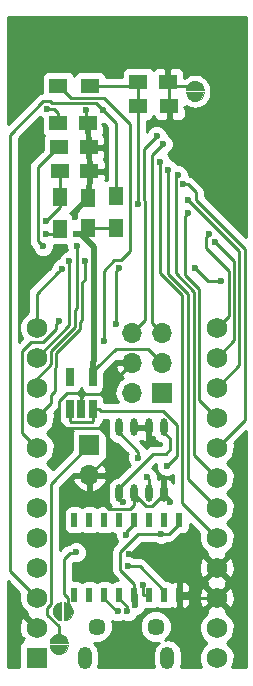
<source format=gbr>
G04 #@! TF.FileFunction,Copper,L2,Bot,Signal*
%FSLAX46Y46*%
G04 Gerber Fmt 4.6, Leading zero omitted, Abs format (unit mm)*
G04 Created by KiCad (PCBNEW 4.0.7) date 06/14/18 18:00:22*
%MOMM*%
%LPD*%
G01*
G04 APERTURE LIST*
%ADD10C,0.100000*%
%ADD11C,0.010000*%
%ADD12R,1.752600X1.752600*%
%ADD13C,1.752600*%
%ADD14R,1.500000X1.250000*%
%ADD15R,1.250000X1.500000*%
%ADD16C,0.400000*%
%ADD17R,1.300000X1.500000*%
%ADD18C,1.450000*%
%ADD19O,1.200000X1.900000*%
%ADD20R,0.650000X1.560000*%
%ADD21R,1.700000X1.700000*%
%ADD22O,1.700000X1.700000*%
%ADD23R,0.508000X1.143000*%
%ADD24O,0.609600X1.473200*%
%ADD25R,1.500000X1.300000*%
%ADD26C,0.600000*%
%ADD27C,0.250000*%
%ADD28C,0.500000*%
%ADD29C,0.254000*%
G04 APERTURE END LIST*
D10*
D11*
G36*
X114251040Y-104288260D02*
X114296240Y-104544760D01*
X114426540Y-104770360D01*
X114626040Y-104937760D01*
X114870840Y-105026860D01*
X115131240Y-105026860D01*
X115376040Y-104937760D01*
X115575540Y-104770360D01*
X115705840Y-104544760D01*
X115751040Y-104288260D01*
X114251040Y-104288260D01*
X114251040Y-104288260D01*
G37*
X114251040Y-104288260D02*
X114296240Y-104544760D01*
X114426540Y-104770360D01*
X114626040Y-104937760D01*
X114870840Y-105026860D01*
X115131240Y-105026860D01*
X115376040Y-104937760D01*
X115575540Y-104770360D01*
X115705840Y-104544760D01*
X115751040Y-104288260D01*
X114251040Y-104288260D01*
G36*
X115751040Y-104088260D02*
X115705840Y-103831760D01*
X115575540Y-103606160D01*
X115376040Y-103438760D01*
X115131240Y-103349660D01*
X114870840Y-103349660D01*
X114626040Y-103438760D01*
X114426540Y-103606160D01*
X114296240Y-103831760D01*
X114251040Y-104088260D01*
X115751040Y-104088260D01*
X115751040Y-104088260D01*
G37*
X115751040Y-104088260D02*
X115705840Y-103831760D01*
X115575540Y-103606160D01*
X115376040Y-103438760D01*
X115131240Y-103349660D01*
X114870840Y-103349660D01*
X114626040Y-103438760D01*
X114426540Y-103606160D01*
X114296240Y-103831760D01*
X114251040Y-104088260D01*
X115751040Y-104088260D01*
G36*
X103700000Y-147460000D02*
X103443500Y-147505200D01*
X103217900Y-147635500D01*
X103050500Y-147835000D01*
X102961400Y-148079800D01*
X102961400Y-148340200D01*
X103050500Y-148585000D01*
X103217900Y-148784500D01*
X103443500Y-148914800D01*
X103700000Y-148960000D01*
X103700000Y-147460000D01*
X103700000Y-147460000D01*
G37*
X103700000Y-147460000D02*
X103443500Y-147505200D01*
X103217900Y-147635500D01*
X103050500Y-147835000D01*
X102961400Y-148079800D01*
X102961400Y-148340200D01*
X103050500Y-148585000D01*
X103217900Y-148784500D01*
X103443500Y-148914800D01*
X103700000Y-148960000D01*
X103700000Y-147460000D01*
G36*
X103900000Y-148960000D02*
X104156500Y-148914800D01*
X104382100Y-148784500D01*
X104549500Y-148585000D01*
X104638600Y-148340200D01*
X104638600Y-148079800D01*
X104549500Y-147835000D01*
X104382100Y-147635500D01*
X104156500Y-147505200D01*
X103900000Y-147460000D01*
X103900000Y-148960000D01*
X103900000Y-148960000D01*
G37*
X103900000Y-148960000D02*
X104156500Y-148914800D01*
X104382100Y-148784500D01*
X104549500Y-148585000D01*
X104638600Y-148340200D01*
X104638600Y-148079800D01*
X104549500Y-147835000D01*
X104382100Y-147635500D01*
X104156500Y-147505200D01*
X103900000Y-147460000D01*
X103900000Y-148960000D01*
G36*
X104220000Y-150880000D02*
X104174800Y-150623500D01*
X104044500Y-150397900D01*
X103845000Y-150230500D01*
X103600200Y-150141400D01*
X103339800Y-150141400D01*
X103095000Y-150230500D01*
X102895500Y-150397900D01*
X102765200Y-150623500D01*
X102720000Y-150880000D01*
X104220000Y-150880000D01*
X104220000Y-150880000D01*
G37*
X104220000Y-150880000D02*
X104174800Y-150623500D01*
X104044500Y-150397900D01*
X103845000Y-150230500D01*
X103600200Y-150141400D01*
X103339800Y-150141400D01*
X103095000Y-150230500D01*
X102895500Y-150397900D01*
X102765200Y-150623500D01*
X102720000Y-150880000D01*
X104220000Y-150880000D01*
G36*
X102720000Y-151080000D02*
X102765200Y-151336500D01*
X102895500Y-151562100D01*
X103095000Y-151729500D01*
X103339800Y-151818600D01*
X103600200Y-151818600D01*
X103845000Y-151729500D01*
X104044500Y-151562100D01*
X104174800Y-151336500D01*
X104220000Y-151080000D01*
X102720000Y-151080000D01*
X102720000Y-151080000D01*
G37*
X102720000Y-151080000D02*
X102765200Y-151336500D01*
X102895500Y-151562100D01*
X103095000Y-151729500D01*
X103339800Y-151818600D01*
X103600200Y-151818600D01*
X103845000Y-151729500D01*
X104044500Y-151562100D01*
X104174800Y-151336500D01*
X104220000Y-151080000D01*
X102720000Y-151080000D01*
D12*
X101600000Y-152146000D03*
D13*
X101600000Y-149606000D03*
X101600000Y-147066000D03*
X101600000Y-144526000D03*
X101600000Y-141986000D03*
X101600000Y-139446000D03*
X101600000Y-136906000D03*
X101600000Y-134366000D03*
X101600000Y-131826000D03*
X101600000Y-129286000D03*
X101600000Y-126746000D03*
X101600000Y-124206000D03*
X116840000Y-124206000D03*
X116840000Y-126746000D03*
X116840000Y-129286000D03*
X116840000Y-131826000D03*
X116840000Y-134366000D03*
X116840000Y-136906000D03*
X116840000Y-139446000D03*
X116840000Y-141986000D03*
X116840000Y-144526000D03*
X116840000Y-147066000D03*
X116840000Y-149606000D03*
X116840000Y-152146000D03*
D14*
X103494200Y-108930440D03*
X105994200Y-108930440D03*
X103547540Y-110964980D03*
X106047540Y-110964980D03*
D15*
X105976420Y-115740180D03*
X105976420Y-113240180D03*
D16*
X115001040Y-103738260D03*
X115001040Y-104638260D03*
X115001040Y-104638260D03*
X115001040Y-103738260D03*
D17*
X103538020Y-113140500D03*
X103538020Y-115840500D03*
X108325921Y-113080821D03*
X108325921Y-115780821D03*
D14*
X103428160Y-106870500D03*
X105928160Y-106870500D03*
D18*
X106669200Y-149508980D03*
X111669200Y-149508980D03*
D19*
X105669200Y-152208980D03*
X112669200Y-152208980D03*
D20*
X106334640Y-131107180D03*
X105384640Y-131107180D03*
X104434640Y-131107180D03*
X104434640Y-128407180D03*
X106334640Y-128407180D03*
D21*
X106072940Y-134167880D03*
D22*
X106072940Y-136707880D03*
D23*
X113690400Y-140477240D03*
X111150400Y-140477240D03*
X109880400Y-140477240D03*
X108610400Y-140477240D03*
X107340400Y-140477240D03*
X106070400Y-140477240D03*
X104800400Y-140477240D03*
X104800400Y-146827240D03*
X106070400Y-146827240D03*
X107340400Y-146827240D03*
X108610400Y-146827240D03*
X109880400Y-146827240D03*
X111150400Y-146827240D03*
X112420400Y-146827240D03*
X113690400Y-146827240D03*
X112420400Y-140477240D03*
D21*
X112229900Y-129715260D03*
D22*
X109689900Y-129715260D03*
X112229900Y-127175260D03*
X109689900Y-127175260D03*
X112229900Y-124635260D03*
X109689900Y-124635260D03*
D16*
X104250000Y-148210000D03*
X103350000Y-148210000D03*
X103350000Y-148210000D03*
X104250000Y-148210000D03*
D24*
X112359440Y-138236960D03*
X111089440Y-138236960D03*
X109819440Y-138236960D03*
X108549440Y-138236960D03*
X108549440Y-132648960D03*
X109819440Y-132648960D03*
X111089440Y-132648960D03*
X112359440Y-132648960D03*
D14*
X110199800Y-103388160D03*
X112699800Y-103388160D03*
D25*
X103430080Y-103756460D03*
X106130080Y-103756460D03*
X110144580Y-105417620D03*
X112844580Y-105417620D03*
D16*
X103470000Y-151430000D03*
X103470000Y-150530000D03*
X103470000Y-150530000D03*
X103470000Y-151430000D03*
D26*
X106350000Y-143390000D03*
X109450000Y-143330000D03*
X111972968Y-143357040D03*
X105400000Y-129710000D03*
X104815640Y-114808000D03*
X105775760Y-105806484D03*
X101036120Y-120291860D03*
X112882680Y-138930380D03*
X111452771Y-133596380D03*
X103124000Y-100076000D03*
X102362000Y-100076000D03*
X109474000Y-100076000D03*
X116078000Y-100076000D03*
X116078000Y-98806000D03*
X109474000Y-98806000D03*
X103124000Y-98806000D03*
X102362000Y-98806000D03*
X102351840Y-115133120D03*
X102144164Y-117310340D03*
X104889300Y-116235480D03*
X111757460Y-108003340D03*
X107246420Y-105791000D03*
X112274185Y-108658339D03*
X102402640Y-116265960D03*
X105671708Y-118579336D03*
X103740379Y-119196281D03*
X108567220Y-119136330D03*
X108313220Y-123855480D03*
X110568164Y-146007023D03*
X103525320Y-123639580D03*
X104365728Y-118588588D03*
X105008691Y-117248951D03*
X116682210Y-116926346D03*
X116220410Y-116273078D03*
X112024560Y-110153001D03*
X112760760Y-110881160D03*
X113570969Y-111272954D03*
X113988612Y-112063856D03*
X114438623Y-114513360D03*
X114438623Y-113392642D03*
X117224186Y-120241060D03*
X115008660Y-119156480D03*
X102486460Y-105666540D03*
X108460000Y-148230000D03*
X108892184Y-138955728D03*
X109902325Y-147717229D03*
X112118140Y-141678660D03*
X109271888Y-148209742D03*
X112615980Y-135895080D03*
X107294680Y-125310900D03*
X110202751Y-135203616D03*
X110923364Y-136883375D03*
X104940000Y-143230000D03*
X109190049Y-141777720D03*
X109304969Y-144416780D03*
X110149810Y-113746280D03*
D27*
X106072940Y-136707880D02*
X107550000Y-135230820D01*
X107550000Y-135230820D02*
X107550000Y-133359938D01*
X107550000Y-133359938D02*
X106930062Y-132740000D01*
X106930062Y-132740000D02*
X104036711Y-132740000D01*
X104036711Y-132740000D02*
X103469440Y-132172729D01*
X105007480Y-129700020D02*
X105167460Y-129860000D01*
X103469440Y-132172729D02*
X103469440Y-130382378D01*
X103469440Y-130382378D02*
X104151798Y-129700020D01*
X104151798Y-129700020D02*
X105007480Y-129700020D01*
X111521664Y-143330000D02*
X109450000Y-143330000D01*
X111972968Y-143357040D02*
X111548704Y-143357040D01*
X111548704Y-143357040D02*
X111521664Y-143330000D01*
X105167460Y-129860000D02*
X105384640Y-130077180D01*
X105167460Y-129860000D02*
X105250000Y-129860000D01*
X105250000Y-129860000D02*
X105400000Y-129710000D01*
X106072940Y-137909961D02*
X106072940Y-136707880D01*
X109462261Y-139580739D02*
X107743718Y-139580739D01*
X107743718Y-139580739D02*
X106072940Y-137909961D01*
X109819440Y-139223560D02*
X109462261Y-139580739D01*
X109819440Y-138236960D02*
X109819440Y-139223560D01*
D28*
X104815640Y-114808000D02*
X104815640Y-114400960D01*
X104815640Y-114400960D02*
X105976420Y-113240180D01*
D27*
X105775760Y-105806484D02*
X105775760Y-106718100D01*
X105775760Y-106718100D02*
X105928160Y-106870500D01*
X115001040Y-103738260D02*
X113049900Y-103738260D01*
X113049900Y-103738260D02*
X112699800Y-103388160D01*
X112844580Y-105417620D02*
X112844580Y-103532940D01*
X112844580Y-103532940D02*
X112699800Y-103388160D01*
X105632260Y-129829560D02*
X107035600Y-129829560D01*
X107035600Y-129829560D02*
X109689900Y-127175260D01*
X105384640Y-130077180D02*
X105632260Y-129829560D01*
X105384640Y-130077180D02*
X105384640Y-131107180D01*
X109689900Y-126771300D02*
X109689900Y-127175260D01*
X112882680Y-138930380D02*
X112882680Y-138760200D01*
X112882680Y-138760200D02*
X112359440Y-138236960D01*
X112359440Y-138236960D02*
X112359440Y-138289445D01*
X112359440Y-138289445D02*
X111350315Y-139298570D01*
X111350315Y-139298570D02*
X110828565Y-139298570D01*
X109819440Y-138289445D02*
X110828565Y-139298570D01*
X109819440Y-138236960D02*
X109819440Y-138289445D01*
X111089440Y-132648960D02*
X111089440Y-133233049D01*
X111089440Y-133233049D02*
X111452771Y-133596380D01*
X110109000Y-138892280D02*
X110109000Y-138526520D01*
X110109000Y-138526520D02*
X109819440Y-138236960D01*
X109819440Y-132648960D02*
X111089440Y-132648960D01*
X105994200Y-108930440D02*
X105994200Y-106936540D01*
X105994200Y-106936540D02*
X105928160Y-106870500D01*
X116840000Y-147066000D02*
X113929160Y-147066000D01*
X113929160Y-147066000D02*
X113690400Y-146827240D01*
X106047540Y-110964980D02*
X106047540Y-108983780D01*
X106047540Y-108983780D02*
X105994200Y-108930440D01*
X105976420Y-113240180D02*
X105976420Y-111036100D01*
X105976420Y-111036100D02*
X106047540Y-110964980D01*
X102362000Y-100076000D02*
X103124000Y-100076000D01*
X116078000Y-100076000D02*
X109474000Y-100076000D01*
X109474000Y-98806000D02*
X116078000Y-98806000D01*
X102362000Y-98806000D02*
X103124000Y-98806000D01*
X103538020Y-113140500D02*
X103538020Y-110974500D01*
X103538020Y-110974500D02*
X103547540Y-110964980D01*
X103538020Y-113040500D02*
X103538020Y-113140500D01*
X103538020Y-113140500D02*
X103538020Y-113946940D01*
X103538020Y-113946940D02*
X102351840Y-115133120D01*
X103494200Y-108930440D02*
X103369200Y-108930440D01*
X101673660Y-116839836D02*
X101844165Y-117010341D01*
X101844165Y-117010341D02*
X102144164Y-117310340D01*
X103369200Y-108930440D02*
X101673660Y-110625980D01*
X101673660Y-110625980D02*
X101673660Y-116839836D01*
X108286561Y-126000259D02*
X106745800Y-127541020D01*
X106334640Y-127952180D02*
X106745800Y-127541020D01*
X106745800Y-127541020D02*
X106126040Y-128160780D01*
X106334640Y-128407180D02*
X106334640Y-127952180D01*
X108459019Y-126000259D02*
X108286561Y-126000259D01*
X112229900Y-127175260D02*
X111054899Y-126000259D01*
X111054899Y-126000259D02*
X108459019Y-126000259D01*
D28*
X106474260Y-117396176D02*
X106474260Y-126987560D01*
X106474260Y-126987560D02*
X106334640Y-127127180D01*
X106334640Y-127127180D02*
X106334640Y-128407180D01*
X105313564Y-116235480D02*
X106474260Y-117396176D01*
X104889300Y-116235480D02*
X105313564Y-116235480D01*
D27*
X105976420Y-115740180D02*
X108285280Y-115740180D01*
X108285280Y-115740180D02*
X108325921Y-115780821D01*
D28*
X104889300Y-116235480D02*
X105481120Y-116235480D01*
X105481120Y-116235480D02*
X105976420Y-115740180D01*
D27*
X110716060Y-109044740D02*
X111457461Y-108303339D01*
X110716060Y-113387526D02*
X110716060Y-109044740D01*
X110774812Y-123550348D02*
X110774812Y-113446278D01*
X109689900Y-124635260D02*
X110774812Y-123550348D01*
X111457461Y-108303339D02*
X111757460Y-108003340D01*
X110774812Y-113446278D02*
X110716060Y-113387526D01*
X106946421Y-105491001D02*
X107246420Y-105791000D01*
X106636892Y-105181472D02*
X106946421Y-105491001D01*
X102880676Y-105181472D02*
X106636892Y-105181472D01*
X102740742Y-105041538D02*
X102880676Y-105181472D01*
X102140738Y-105041538D02*
X102740742Y-105041538D01*
X99319080Y-107863196D02*
X102140738Y-105041538D01*
X99319080Y-144785080D02*
X99319080Y-107863196D01*
X101600000Y-147066000D02*
X99319080Y-144785080D01*
X108325921Y-106870501D02*
X107546419Y-106090999D01*
X108325921Y-113080821D02*
X108325921Y-106870501D01*
X107546419Y-106090999D02*
X107246420Y-105791000D01*
X101600000Y-147066000D02*
X101838340Y-147066000D01*
X112229900Y-124635260D02*
X111379901Y-123785261D01*
X111379901Y-109552623D02*
X111974186Y-108958338D01*
X111974186Y-108958338D02*
X112274185Y-108658339D01*
X111379901Y-123785261D02*
X111379901Y-109552623D01*
X102402640Y-116265960D02*
X103112560Y-116265960D01*
X103112560Y-116265960D02*
X103538020Y-115840500D01*
X101600000Y-131826000D02*
X101600000Y-131803140D01*
X101600000Y-131803140D02*
X102783640Y-130619500D01*
X103121460Y-129542466D02*
X103121460Y-127638877D01*
X102783640Y-130619500D02*
X102783640Y-129880286D01*
X102783640Y-129880286D02*
X103121460Y-129542466D01*
X103251312Y-126367508D02*
X105265749Y-124353072D01*
X103121460Y-127638877D02*
X103251312Y-127509025D01*
X103251312Y-127509025D02*
X103251312Y-126367508D01*
X105265749Y-124353072D02*
X105265749Y-123738109D01*
X105265749Y-123738109D02*
X105458701Y-123545159D01*
X105458701Y-123545159D02*
X105458701Y-120344759D01*
X105458701Y-120344759D02*
X105671708Y-120131752D01*
X105671708Y-120131752D02*
X105671708Y-119003600D01*
X105671708Y-119003600D02*
X105671708Y-118579336D01*
X101854000Y-131826000D02*
X101600000Y-131826000D01*
X103440380Y-119496280D02*
X103740379Y-119196281D01*
X101600000Y-124206000D02*
X101600000Y-121336660D01*
X101600000Y-121336660D02*
X103440380Y-119496280D01*
X108313220Y-123855480D02*
X108313220Y-119390330D01*
X108313220Y-119390330D02*
X108567220Y-119136330D01*
X110568164Y-146749004D02*
X110568164Y-146431287D01*
X110568164Y-146431287D02*
X110568164Y-146007023D01*
X111150400Y-146827240D02*
X110646400Y-146827240D01*
X110646400Y-146827240D02*
X110568164Y-146749004D01*
X101600000Y-134366000D02*
X100398699Y-133164699D01*
X100398699Y-133164699D02*
X100398699Y-126169375D01*
X102176625Y-125407301D02*
X103225321Y-124358605D01*
X103225321Y-123939579D02*
X103525320Y-123639580D01*
X100398699Y-126169375D02*
X101160773Y-125407301D01*
X101160773Y-125407301D02*
X102176625Y-125407301D01*
X103225321Y-124358605D02*
X103225321Y-123939579D01*
X101600000Y-126746000D02*
X104365728Y-123980272D01*
X104365728Y-123980272D02*
X104365728Y-119012852D01*
X104365728Y-119012852D02*
X104365728Y-118588588D01*
X105008691Y-117673215D02*
X105008691Y-117248951D01*
X105008691Y-122540878D02*
X105008691Y-117673215D01*
X104815738Y-122733831D02*
X105008691Y-122540878D01*
X102801301Y-126181109D02*
X104815738Y-124166672D01*
X102801301Y-127322625D02*
X102801301Y-126181109D01*
X101600000Y-128523926D02*
X102801301Y-127322625D01*
X101600000Y-129286000D02*
X101600000Y-128523926D01*
X104815738Y-124166672D02*
X104815738Y-122733831D01*
X116982209Y-117226345D02*
X116682210Y-116926346D01*
X116840000Y-126746000D02*
X118299207Y-125286793D01*
X118299207Y-118543343D02*
X116982209Y-117226345D01*
X118299207Y-125286793D02*
X118299207Y-118543343D01*
X115920411Y-117494417D02*
X115920411Y-116573077D01*
X117849196Y-123196804D02*
X117849196Y-119423202D01*
X117849196Y-119423202D02*
X115920411Y-117494417D01*
X116840000Y-124206000D02*
X117849196Y-123196804D01*
X115920411Y-116573077D02*
X116220410Y-116273078D01*
X112024560Y-119548040D02*
X112024560Y-110577265D01*
X112024560Y-110577265D02*
X112024560Y-110153001D01*
X116840000Y-141986000D02*
X113934240Y-139080240D01*
X113934240Y-139080240D02*
X113934240Y-121457720D01*
X113934240Y-121457720D02*
X112024560Y-119548040D01*
X112760760Y-111305424D02*
X112760760Y-110881160D01*
X112760760Y-119647829D02*
X112760760Y-111305424D01*
X114445211Y-121332280D02*
X112760760Y-119647829D01*
X114445211Y-137051211D02*
X114445211Y-121332280D01*
X116840000Y-139446000D02*
X114445211Y-137051211D01*
X116840000Y-136906000D02*
X114895222Y-134961222D01*
X113363602Y-111480321D02*
X113570969Y-111272954D01*
X114895222Y-121145880D02*
X113363602Y-119614261D01*
X113363602Y-119614261D02*
X113363602Y-111480321D01*
X114895222Y-134961222D02*
X114895222Y-121145880D01*
X116840000Y-134366000D02*
X119199229Y-132006771D01*
X119199229Y-117516838D02*
X115063624Y-113381233D01*
X119199229Y-132006771D02*
X119199229Y-117516838D01*
X115063624Y-112714604D02*
X114412876Y-112063856D01*
X114412876Y-112063856D02*
X113988612Y-112063856D01*
X115063624Y-113381233D02*
X115063624Y-112714604D01*
X114138624Y-114813359D02*
X114438623Y-114513360D01*
X115345233Y-130331233D02*
X115345233Y-120959480D01*
X114138624Y-119752871D02*
X114138624Y-114813359D01*
X116840000Y-131826000D02*
X115345233Y-130331233D01*
X115345233Y-120959480D02*
X114138624Y-119752871D01*
X116840000Y-129286000D02*
X118749218Y-127376782D01*
X118749218Y-117703237D02*
X114738622Y-113692641D01*
X118749218Y-127376782D02*
X118749218Y-117703237D01*
X114738622Y-113692641D02*
X114438623Y-113392642D01*
X116093240Y-120241060D02*
X116799922Y-120241060D01*
X115008660Y-119156480D02*
X116093240Y-120241060D01*
X116799922Y-120241060D02*
X117224186Y-120241060D01*
X103099200Y-105666540D02*
X102910724Y-105666540D01*
X103428160Y-106870500D02*
X103428160Y-105995500D01*
X102910724Y-105666540D02*
X102486460Y-105666540D01*
X103428160Y-105995500D02*
X103099200Y-105666540D01*
X107340400Y-146827240D02*
X107340400Y-147144740D01*
X107340400Y-147144740D02*
X108425660Y-148230000D01*
X108425660Y-148230000D02*
X108460000Y-148230000D01*
X110176336Y-141678660D02*
X111693876Y-141678660D01*
X108679968Y-143175028D02*
X110176336Y-141678660D01*
X108679968Y-144716781D02*
X108679968Y-143175028D01*
X111693876Y-141678660D02*
X112118140Y-141678660D01*
X109880400Y-145917213D02*
X108679968Y-144716781D01*
X109880400Y-146827240D02*
X109880400Y-145917213D01*
X108549440Y-138612984D02*
X108592185Y-138655729D01*
X108592185Y-138655729D02*
X108892184Y-138955728D01*
X108549440Y-138236960D02*
X108549440Y-138612984D01*
D28*
X109880400Y-146827240D02*
X109902325Y-146849165D01*
X109902325Y-146849165D02*
X109902325Y-147292965D01*
X109902325Y-147292965D02*
X109902325Y-147717229D01*
D27*
X113690400Y-140159740D02*
X113690400Y-140477240D01*
X108549440Y-138236960D02*
X108549440Y-138668760D01*
X108549440Y-138236960D02*
X108549440Y-137805160D01*
X112914240Y-133635560D02*
X112359440Y-133080760D01*
X112359440Y-133080760D02*
X112359440Y-132648960D01*
X108549440Y-137805160D02*
X111482978Y-134871622D01*
X112552762Y-134871622D02*
X112914240Y-134510144D01*
X112914240Y-134510144D02*
X112914240Y-133635560D01*
X111482978Y-134871622D02*
X112552762Y-134871622D01*
X113690400Y-140477240D02*
X113690400Y-140794740D01*
X113690400Y-140794740D02*
X112806480Y-141678660D01*
X112806480Y-141678660D02*
X112118140Y-141678660D01*
X108610400Y-146827240D02*
X108610400Y-147144740D01*
X109271888Y-147806228D02*
X109271888Y-148209742D01*
X108610400Y-147144740D02*
X109271888Y-147806228D01*
X113446560Y-132413595D02*
X113446560Y-135064500D01*
X113446560Y-135064500D02*
X112615980Y-135895080D01*
X107082360Y-131279900D02*
X112312865Y-131279900D01*
X112312865Y-131279900D02*
X113446560Y-132413595D01*
X106334640Y-131107180D02*
X106909640Y-131107180D01*
X106909640Y-131107180D02*
X107082360Y-131279900D01*
X106334640Y-131107180D02*
X106334640Y-132137180D01*
X106334640Y-132137180D02*
X106259639Y-132212181D01*
X106259639Y-132212181D02*
X104509641Y-132212181D01*
X104509641Y-132212181D02*
X104434640Y-132137180D01*
X104434640Y-132137180D02*
X104434640Y-131107180D01*
X103470000Y-150530000D02*
X103470000Y-149474662D01*
X102502059Y-147941867D02*
X102801301Y-147642625D01*
X103470000Y-149474662D02*
X102502059Y-148506721D01*
X102502059Y-148506721D02*
X102502059Y-147941867D01*
X102801301Y-147642625D02*
X102801301Y-137418699D01*
X102801301Y-137418699D02*
X106052120Y-134167880D01*
X106052120Y-134167880D02*
X106072940Y-134167880D01*
X104505081Y-104731461D02*
X107327341Y-104731461D01*
X108750100Y-118511320D02*
X108155740Y-118511320D01*
X107294680Y-119372380D02*
X107294680Y-124886636D01*
X103530080Y-103756460D02*
X104505081Y-104731461D01*
X107327341Y-104731461D02*
X109524800Y-106928920D01*
X108155740Y-118511320D02*
X107294680Y-119372380D01*
X103430080Y-103756460D02*
X103530080Y-103756460D01*
X109524800Y-117736620D02*
X108750100Y-118511320D01*
X107294680Y-124886636D02*
X107294680Y-125310900D01*
X109524800Y-106928920D02*
X109524800Y-117736620D01*
X110202751Y-134779352D02*
X110202751Y-135203616D01*
X110202751Y-134734071D02*
X110202751Y-134779352D01*
X108549440Y-133080760D02*
X110202751Y-134734071D01*
X108549440Y-132648960D02*
X108549440Y-133080760D01*
X111089440Y-137049451D02*
X110923364Y-136883375D01*
X111089440Y-138236960D02*
X111089440Y-137049451D01*
X104221399Y-147071399D02*
X104221399Y-147898557D01*
X104221399Y-147898557D02*
X104250000Y-147927158D01*
X104250000Y-147927158D02*
X104250000Y-148210000D01*
X103927060Y-146777060D02*
X104221399Y-147071399D01*
X103927060Y-146157100D02*
X103927060Y-146777060D01*
X103927060Y-146157100D02*
X103927060Y-143752940D01*
X104900000Y-143270000D02*
X104940000Y-143230000D01*
X103927060Y-143752940D02*
X104410000Y-143270000D01*
X104410000Y-143270000D02*
X104900000Y-143270000D01*
X103927060Y-146157100D02*
X103924100Y-146154140D01*
X109190049Y-141485091D02*
X109190049Y-141777720D01*
X109880400Y-140477240D02*
X109880400Y-140794740D01*
X109880400Y-140794740D02*
X109190049Y-141485091D01*
X109729233Y-144416780D02*
X109304969Y-144416780D01*
X110327440Y-144416780D02*
X109729233Y-144416780D01*
X112420400Y-146509740D02*
X110327440Y-144416780D01*
X112420400Y-146827240D02*
X112420400Y-146509740D01*
X110144580Y-113741050D02*
X110149810Y-113746280D01*
X110144580Y-105417620D02*
X110144580Y-113741050D01*
X110144580Y-105417620D02*
X110144580Y-103443380D01*
X110144580Y-103443380D02*
X110199800Y-103388160D01*
X106130080Y-103756460D02*
X109831500Y-103756460D01*
X109831500Y-103756460D02*
X110199800Y-103388160D01*
D29*
G36*
X100128367Y-146669169D02*
X100088963Y-146764065D01*
X100088438Y-147365297D01*
X100318035Y-147920964D01*
X100742800Y-148346471D01*
X100776592Y-148360503D01*
X100716604Y-148542999D01*
X101600000Y-149426395D01*
X101614143Y-149412253D01*
X101793748Y-149591858D01*
X101779605Y-149606000D01*
X101793748Y-149620143D01*
X101614143Y-149799748D01*
X101600000Y-149785605D01*
X101585858Y-149799748D01*
X101406253Y-149620143D01*
X101420395Y-149606000D01*
X100536999Y-148722604D01*
X100282973Y-148806104D01*
X100077118Y-149370997D01*
X100103109Y-149971668D01*
X100282973Y-150405896D01*
X100536997Y-150489395D01*
X100422369Y-150604023D01*
X100486254Y-150667908D01*
X100272259Y-150805610D01*
X100127269Y-151017810D01*
X100076260Y-151269700D01*
X100076260Y-152960000D01*
X99135000Y-152960000D01*
X99135000Y-145675802D01*
X100128367Y-146669169D01*
X100128367Y-146669169D01*
G37*
X100128367Y-146669169D02*
X100088963Y-146764065D01*
X100088438Y-147365297D01*
X100318035Y-147920964D01*
X100742800Y-148346471D01*
X100776592Y-148360503D01*
X100716604Y-148542999D01*
X101600000Y-149426395D01*
X101614143Y-149412253D01*
X101793748Y-149591858D01*
X101779605Y-149606000D01*
X101793748Y-149620143D01*
X101614143Y-149799748D01*
X101600000Y-149785605D01*
X101585858Y-149799748D01*
X101406253Y-149620143D01*
X101420395Y-149606000D01*
X100536999Y-148722604D01*
X100282973Y-148806104D01*
X100077118Y-149370997D01*
X100103109Y-149971668D01*
X100282973Y-150405896D01*
X100536997Y-150489395D01*
X100422369Y-150604023D01*
X100486254Y-150667908D01*
X100272259Y-150805610D01*
X100127269Y-151017810D01*
X100076260Y-151269700D01*
X100076260Y-152960000D01*
X99135000Y-152960000D01*
X99135000Y-145675802D01*
X100128367Y-146669169D01*
G36*
X119305000Y-152960000D02*
X118138409Y-152960000D01*
X118351037Y-152447935D01*
X118351562Y-151846703D01*
X118121965Y-151291036D01*
X117707302Y-150875649D01*
X118120471Y-150463200D01*
X118351037Y-149907935D01*
X118351562Y-149306703D01*
X118121965Y-148751036D01*
X117697200Y-148325529D01*
X117663408Y-148311497D01*
X117723396Y-148129001D01*
X116840000Y-147245605D01*
X115956604Y-148129001D01*
X116016447Y-148311056D01*
X115985036Y-148324035D01*
X115559529Y-148748800D01*
X115328963Y-149304065D01*
X115328438Y-149905297D01*
X115558035Y-150460964D01*
X115972698Y-150876351D01*
X115559529Y-151288800D01*
X115328963Y-151844065D01*
X115328438Y-152445297D01*
X115541109Y-152960000D01*
X113830609Y-152960000D01*
X113904200Y-152590032D01*
X113904200Y-151827928D01*
X113810191Y-151355314D01*
X113542477Y-150954651D01*
X113141814Y-150686937D01*
X112669200Y-150592928D01*
X112468348Y-150632880D01*
X112821480Y-150280364D01*
X113028963Y-149780688D01*
X113029436Y-149239646D01*
X112822824Y-148739608D01*
X112440584Y-148356700D01*
X111940908Y-148149217D01*
X111399866Y-148148744D01*
X110899828Y-148355356D01*
X110516920Y-148737596D01*
X110309437Y-149237272D01*
X110308964Y-149778314D01*
X110515576Y-150278352D01*
X110897816Y-150661260D01*
X111397492Y-150868743D01*
X111923805Y-150869203D01*
X111795923Y-150954651D01*
X111528209Y-151355314D01*
X111434200Y-151827928D01*
X111434200Y-152590032D01*
X111507791Y-152960000D01*
X106830609Y-152960000D01*
X106904200Y-152590032D01*
X106904200Y-151827928D01*
X106810191Y-151355314D01*
X106542477Y-150954651D01*
X106413928Y-150868757D01*
X106938534Y-150869216D01*
X107438572Y-150662604D01*
X107821480Y-150280364D01*
X108028963Y-149780688D01*
X108029436Y-149239646D01*
X107941639Y-149027161D01*
X108273201Y-149164838D01*
X108645167Y-149165162D01*
X108890516Y-149063786D01*
X109085089Y-149144580D01*
X109457055Y-149144904D01*
X109800831Y-149002859D01*
X110064080Y-148740069D01*
X110103179Y-148645909D01*
X110431268Y-148510346D01*
X110694517Y-148247556D01*
X110787309Y-148024089D01*
X110896400Y-148046180D01*
X111404400Y-148046180D01*
X111639717Y-148001902D01*
X111786307Y-147907574D01*
X111914510Y-147995171D01*
X112166400Y-148046180D01*
X112674400Y-148046180D01*
X112909717Y-148001902D01*
X113050771Y-147911136D01*
X113076702Y-147937067D01*
X113310091Y-148033740D01*
X113404650Y-148033740D01*
X113563400Y-147874990D01*
X113563400Y-146954240D01*
X113817400Y-146954240D01*
X113817400Y-147874990D01*
X113976150Y-148033740D01*
X114070709Y-148033740D01*
X114304098Y-147937067D01*
X114482727Y-147758439D01*
X114579400Y-147525050D01*
X114579400Y-147112990D01*
X114420650Y-146954240D01*
X113817400Y-146954240D01*
X113563400Y-146954240D01*
X113543400Y-146954240D01*
X113543400Y-146830997D01*
X115317118Y-146830997D01*
X115343109Y-147431668D01*
X115522973Y-147865896D01*
X115776999Y-147949396D01*
X116660395Y-147066000D01*
X117019605Y-147066000D01*
X117903001Y-147949396D01*
X118157027Y-147865896D01*
X118362882Y-147301003D01*
X118336891Y-146700332D01*
X118157027Y-146266104D01*
X117903001Y-146182604D01*
X117019605Y-147066000D01*
X116660395Y-147066000D01*
X115776999Y-146182604D01*
X115522973Y-146266104D01*
X115317118Y-146830997D01*
X113543400Y-146830997D01*
X113543400Y-146700240D01*
X113563400Y-146700240D01*
X113563400Y-145779490D01*
X113817400Y-145779490D01*
X113817400Y-146700240D01*
X114420650Y-146700240D01*
X114579400Y-146541490D01*
X114579400Y-146129430D01*
X114482727Y-145896041D01*
X114304098Y-145717413D01*
X114070709Y-145620740D01*
X113976150Y-145620740D01*
X113817400Y-145779490D01*
X113563400Y-145779490D01*
X113404650Y-145620740D01*
X113310091Y-145620740D01*
X113076702Y-145717413D01*
X113050165Y-145743949D01*
X112926290Y-145659309D01*
X112674400Y-145608300D01*
X112593762Y-145608300D01*
X112574463Y-145589001D01*
X115956604Y-145589001D01*
X116024646Y-145796000D01*
X115956604Y-146002999D01*
X116840000Y-146886395D01*
X117723396Y-146002999D01*
X117655354Y-145796000D01*
X117723396Y-145589001D01*
X116840000Y-144705605D01*
X115956604Y-145589001D01*
X112574463Y-145589001D01*
X111276459Y-144290997D01*
X115317118Y-144290997D01*
X115343109Y-144891668D01*
X115522973Y-145325896D01*
X115776999Y-145409396D01*
X116660395Y-144526000D01*
X117019605Y-144526000D01*
X117903001Y-145409396D01*
X118157027Y-145325896D01*
X118362882Y-144761003D01*
X118336891Y-144160332D01*
X118157027Y-143726104D01*
X117903001Y-143642604D01*
X117019605Y-144526000D01*
X116660395Y-144526000D01*
X115776999Y-143642604D01*
X115522973Y-143726104D01*
X115317118Y-144290997D01*
X111276459Y-144290997D01*
X110864841Y-143879379D01*
X110618279Y-143714632D01*
X110327440Y-143656780D01*
X109867432Y-143656780D01*
X109835296Y-143624588D01*
X109491768Y-143481942D01*
X109447894Y-143481904D01*
X110491138Y-142438660D01*
X111555677Y-142438660D01*
X111587813Y-142470852D01*
X111931341Y-142613498D01*
X112303307Y-142613822D01*
X112647083Y-142471777D01*
X112680258Y-142438660D01*
X112806480Y-142438660D01*
X113097319Y-142380808D01*
X113343881Y-142216061D01*
X113863762Y-141696180D01*
X113944400Y-141696180D01*
X114179717Y-141651902D01*
X114395841Y-141512830D01*
X114540831Y-141300630D01*
X114591840Y-141048740D01*
X114591840Y-140812642D01*
X115368367Y-141589169D01*
X115328963Y-141684065D01*
X115328438Y-142285297D01*
X115558035Y-142840964D01*
X115982800Y-143266471D01*
X116016592Y-143280503D01*
X115956604Y-143462999D01*
X116840000Y-144346395D01*
X117723396Y-143462999D01*
X117663553Y-143280944D01*
X117694964Y-143267965D01*
X118120471Y-142843200D01*
X118351037Y-142287935D01*
X118351562Y-141686703D01*
X118121965Y-141131036D01*
X117707302Y-140715649D01*
X118120471Y-140303200D01*
X118351037Y-139747935D01*
X118351562Y-139146703D01*
X118121965Y-138591036D01*
X117707302Y-138175649D01*
X118120471Y-137763200D01*
X118351037Y-137207935D01*
X118351562Y-136606703D01*
X118121965Y-136051036D01*
X117707302Y-135635649D01*
X118120471Y-135223200D01*
X118351037Y-134667935D01*
X118351562Y-134066703D01*
X118311370Y-133969432D01*
X119305000Y-132975802D01*
X119305000Y-152960000D01*
X119305000Y-152960000D01*
G37*
X119305000Y-152960000D02*
X118138409Y-152960000D01*
X118351037Y-152447935D01*
X118351562Y-151846703D01*
X118121965Y-151291036D01*
X117707302Y-150875649D01*
X118120471Y-150463200D01*
X118351037Y-149907935D01*
X118351562Y-149306703D01*
X118121965Y-148751036D01*
X117697200Y-148325529D01*
X117663408Y-148311497D01*
X117723396Y-148129001D01*
X116840000Y-147245605D01*
X115956604Y-148129001D01*
X116016447Y-148311056D01*
X115985036Y-148324035D01*
X115559529Y-148748800D01*
X115328963Y-149304065D01*
X115328438Y-149905297D01*
X115558035Y-150460964D01*
X115972698Y-150876351D01*
X115559529Y-151288800D01*
X115328963Y-151844065D01*
X115328438Y-152445297D01*
X115541109Y-152960000D01*
X113830609Y-152960000D01*
X113904200Y-152590032D01*
X113904200Y-151827928D01*
X113810191Y-151355314D01*
X113542477Y-150954651D01*
X113141814Y-150686937D01*
X112669200Y-150592928D01*
X112468348Y-150632880D01*
X112821480Y-150280364D01*
X113028963Y-149780688D01*
X113029436Y-149239646D01*
X112822824Y-148739608D01*
X112440584Y-148356700D01*
X111940908Y-148149217D01*
X111399866Y-148148744D01*
X110899828Y-148355356D01*
X110516920Y-148737596D01*
X110309437Y-149237272D01*
X110308964Y-149778314D01*
X110515576Y-150278352D01*
X110897816Y-150661260D01*
X111397492Y-150868743D01*
X111923805Y-150869203D01*
X111795923Y-150954651D01*
X111528209Y-151355314D01*
X111434200Y-151827928D01*
X111434200Y-152590032D01*
X111507791Y-152960000D01*
X106830609Y-152960000D01*
X106904200Y-152590032D01*
X106904200Y-151827928D01*
X106810191Y-151355314D01*
X106542477Y-150954651D01*
X106413928Y-150868757D01*
X106938534Y-150869216D01*
X107438572Y-150662604D01*
X107821480Y-150280364D01*
X108028963Y-149780688D01*
X108029436Y-149239646D01*
X107941639Y-149027161D01*
X108273201Y-149164838D01*
X108645167Y-149165162D01*
X108890516Y-149063786D01*
X109085089Y-149144580D01*
X109457055Y-149144904D01*
X109800831Y-149002859D01*
X110064080Y-148740069D01*
X110103179Y-148645909D01*
X110431268Y-148510346D01*
X110694517Y-148247556D01*
X110787309Y-148024089D01*
X110896400Y-148046180D01*
X111404400Y-148046180D01*
X111639717Y-148001902D01*
X111786307Y-147907574D01*
X111914510Y-147995171D01*
X112166400Y-148046180D01*
X112674400Y-148046180D01*
X112909717Y-148001902D01*
X113050771Y-147911136D01*
X113076702Y-147937067D01*
X113310091Y-148033740D01*
X113404650Y-148033740D01*
X113563400Y-147874990D01*
X113563400Y-146954240D01*
X113817400Y-146954240D01*
X113817400Y-147874990D01*
X113976150Y-148033740D01*
X114070709Y-148033740D01*
X114304098Y-147937067D01*
X114482727Y-147758439D01*
X114579400Y-147525050D01*
X114579400Y-147112990D01*
X114420650Y-146954240D01*
X113817400Y-146954240D01*
X113563400Y-146954240D01*
X113543400Y-146954240D01*
X113543400Y-146830997D01*
X115317118Y-146830997D01*
X115343109Y-147431668D01*
X115522973Y-147865896D01*
X115776999Y-147949396D01*
X116660395Y-147066000D01*
X117019605Y-147066000D01*
X117903001Y-147949396D01*
X118157027Y-147865896D01*
X118362882Y-147301003D01*
X118336891Y-146700332D01*
X118157027Y-146266104D01*
X117903001Y-146182604D01*
X117019605Y-147066000D01*
X116660395Y-147066000D01*
X115776999Y-146182604D01*
X115522973Y-146266104D01*
X115317118Y-146830997D01*
X113543400Y-146830997D01*
X113543400Y-146700240D01*
X113563400Y-146700240D01*
X113563400Y-145779490D01*
X113817400Y-145779490D01*
X113817400Y-146700240D01*
X114420650Y-146700240D01*
X114579400Y-146541490D01*
X114579400Y-146129430D01*
X114482727Y-145896041D01*
X114304098Y-145717413D01*
X114070709Y-145620740D01*
X113976150Y-145620740D01*
X113817400Y-145779490D01*
X113563400Y-145779490D01*
X113404650Y-145620740D01*
X113310091Y-145620740D01*
X113076702Y-145717413D01*
X113050165Y-145743949D01*
X112926290Y-145659309D01*
X112674400Y-145608300D01*
X112593762Y-145608300D01*
X112574463Y-145589001D01*
X115956604Y-145589001D01*
X116024646Y-145796000D01*
X115956604Y-146002999D01*
X116840000Y-146886395D01*
X117723396Y-146002999D01*
X117655354Y-145796000D01*
X117723396Y-145589001D01*
X116840000Y-144705605D01*
X115956604Y-145589001D01*
X112574463Y-145589001D01*
X111276459Y-144290997D01*
X115317118Y-144290997D01*
X115343109Y-144891668D01*
X115522973Y-145325896D01*
X115776999Y-145409396D01*
X116660395Y-144526000D01*
X117019605Y-144526000D01*
X117903001Y-145409396D01*
X118157027Y-145325896D01*
X118362882Y-144761003D01*
X118336891Y-144160332D01*
X118157027Y-143726104D01*
X117903001Y-143642604D01*
X117019605Y-144526000D01*
X116660395Y-144526000D01*
X115776999Y-143642604D01*
X115522973Y-143726104D01*
X115317118Y-144290997D01*
X111276459Y-144290997D01*
X110864841Y-143879379D01*
X110618279Y-143714632D01*
X110327440Y-143656780D01*
X109867432Y-143656780D01*
X109835296Y-143624588D01*
X109491768Y-143481942D01*
X109447894Y-143481904D01*
X110491138Y-142438660D01*
X111555677Y-142438660D01*
X111587813Y-142470852D01*
X111931341Y-142613498D01*
X112303307Y-142613822D01*
X112647083Y-142471777D01*
X112680258Y-142438660D01*
X112806480Y-142438660D01*
X113097319Y-142380808D01*
X113343881Y-142216061D01*
X113863762Y-141696180D01*
X113944400Y-141696180D01*
X114179717Y-141651902D01*
X114395841Y-141512830D01*
X114540831Y-141300630D01*
X114591840Y-141048740D01*
X114591840Y-140812642D01*
X115368367Y-141589169D01*
X115328963Y-141684065D01*
X115328438Y-142285297D01*
X115558035Y-142840964D01*
X115982800Y-143266471D01*
X116016592Y-143280503D01*
X115956604Y-143462999D01*
X116840000Y-144346395D01*
X117723396Y-143462999D01*
X117663553Y-143280944D01*
X117694964Y-143267965D01*
X118120471Y-142843200D01*
X118351037Y-142287935D01*
X118351562Y-141686703D01*
X118121965Y-141131036D01*
X117707302Y-140715649D01*
X118120471Y-140303200D01*
X118351037Y-139747935D01*
X118351562Y-139146703D01*
X118121965Y-138591036D01*
X117707302Y-138175649D01*
X118120471Y-137763200D01*
X118351037Y-137207935D01*
X118351562Y-136606703D01*
X118121965Y-136051036D01*
X117707302Y-135635649D01*
X118120471Y-135223200D01*
X118351037Y-134667935D01*
X118351562Y-134066703D01*
X118311370Y-133969432D01*
X119305000Y-132975802D01*
X119305000Y-152960000D01*
G36*
X107609640Y-132190289D02*
X107609640Y-133107631D01*
X107681178Y-133467277D01*
X107884901Y-133772170D01*
X108189794Y-133975893D01*
X108414460Y-134020582D01*
X109309806Y-134915928D01*
X109267913Y-135016817D01*
X109267589Y-135388783D01*
X109409634Y-135732559D01*
X109478376Y-135801422D01*
X108414460Y-136865338D01*
X108189794Y-136910027D01*
X107884901Y-137113750D01*
X107681178Y-137418643D01*
X107609640Y-137778289D01*
X107609640Y-138695631D01*
X107681178Y-139055277D01*
X107854804Y-139315126D01*
X107846290Y-139309309D01*
X107594400Y-139258300D01*
X107086400Y-139258300D01*
X106851083Y-139302578D01*
X106704493Y-139396906D01*
X106576290Y-139309309D01*
X106324400Y-139258300D01*
X105816400Y-139258300D01*
X105581083Y-139302578D01*
X105434493Y-139396906D01*
X105306290Y-139309309D01*
X105054400Y-139258300D01*
X104546400Y-139258300D01*
X104311083Y-139302578D01*
X104094959Y-139441650D01*
X103949969Y-139653850D01*
X103898960Y-139905740D01*
X103898960Y-141048740D01*
X103943238Y-141284057D01*
X104082310Y-141500181D01*
X104294510Y-141645171D01*
X104546400Y-141696180D01*
X105054400Y-141696180D01*
X105289717Y-141651902D01*
X105436307Y-141557574D01*
X105564510Y-141645171D01*
X105816400Y-141696180D01*
X106324400Y-141696180D01*
X106559717Y-141651902D01*
X106706307Y-141557574D01*
X106834510Y-141645171D01*
X107086400Y-141696180D01*
X107594400Y-141696180D01*
X107829717Y-141651902D01*
X107976307Y-141557574D01*
X108104510Y-141645171D01*
X108255137Y-141675674D01*
X108254887Y-141962887D01*
X108396932Y-142306663D01*
X108435198Y-142344996D01*
X108142567Y-142637627D01*
X107977820Y-142884189D01*
X107919968Y-143175028D01*
X107919968Y-144716781D01*
X107977820Y-145007620D01*
X108142567Y-145254182D01*
X108496685Y-145608300D01*
X108356400Y-145608300D01*
X108121083Y-145652578D01*
X107974493Y-145746906D01*
X107846290Y-145659309D01*
X107594400Y-145608300D01*
X107086400Y-145608300D01*
X106851083Y-145652578D01*
X106704493Y-145746906D01*
X106576290Y-145659309D01*
X106324400Y-145608300D01*
X105816400Y-145608300D01*
X105581083Y-145652578D01*
X105434493Y-145746906D01*
X105306290Y-145659309D01*
X105054400Y-145608300D01*
X104687060Y-145608300D01*
X104687060Y-144137374D01*
X104753201Y-144164838D01*
X105125167Y-144165162D01*
X105468943Y-144023117D01*
X105732192Y-143760327D01*
X105874838Y-143416799D01*
X105875162Y-143044833D01*
X105733117Y-142701057D01*
X105470327Y-142437808D01*
X105126799Y-142295162D01*
X104754833Y-142294838D01*
X104411057Y-142436883D01*
X104319849Y-142527932D01*
X104119160Y-142567852D01*
X103872599Y-142732599D01*
X103561301Y-143043897D01*
X103561301Y-137733501D01*
X104230032Y-137064770D01*
X104631464Y-137064770D01*
X104801295Y-137474804D01*
X105191582Y-137903063D01*
X105716048Y-138149366D01*
X105945940Y-138028699D01*
X105945940Y-136834880D01*
X106199940Y-136834880D01*
X106199940Y-138028699D01*
X106429832Y-138149366D01*
X106954298Y-137903063D01*
X107344585Y-137474804D01*
X107514416Y-137064770D01*
X107393095Y-136834880D01*
X106199940Y-136834880D01*
X105945940Y-136834880D01*
X104752785Y-136834880D01*
X104631464Y-137064770D01*
X104230032Y-137064770D01*
X104739360Y-136555442D01*
X104752785Y-136580880D01*
X105945940Y-136580880D01*
X105945940Y-136560880D01*
X106199940Y-136560880D01*
X106199940Y-136580880D01*
X107393095Y-136580880D01*
X107514416Y-136350990D01*
X107344585Y-135940956D01*
X107068439Y-135637943D01*
X107158257Y-135621042D01*
X107374381Y-135481970D01*
X107519371Y-135269770D01*
X107570380Y-135017880D01*
X107570380Y-133317880D01*
X107526102Y-133082563D01*
X107387030Y-132866439D01*
X107174830Y-132721449D01*
X106922940Y-132670440D01*
X106874808Y-132670440D01*
X107036788Y-132428020D01*
X107043390Y-132394828D01*
X107111081Y-132351270D01*
X107256071Y-132139070D01*
X107276153Y-132039900D01*
X107639554Y-132039900D01*
X107609640Y-132190289D01*
X107609640Y-132190289D01*
G37*
X107609640Y-132190289D02*
X107609640Y-133107631D01*
X107681178Y-133467277D01*
X107884901Y-133772170D01*
X108189794Y-133975893D01*
X108414460Y-134020582D01*
X109309806Y-134915928D01*
X109267913Y-135016817D01*
X109267589Y-135388783D01*
X109409634Y-135732559D01*
X109478376Y-135801422D01*
X108414460Y-136865338D01*
X108189794Y-136910027D01*
X107884901Y-137113750D01*
X107681178Y-137418643D01*
X107609640Y-137778289D01*
X107609640Y-138695631D01*
X107681178Y-139055277D01*
X107854804Y-139315126D01*
X107846290Y-139309309D01*
X107594400Y-139258300D01*
X107086400Y-139258300D01*
X106851083Y-139302578D01*
X106704493Y-139396906D01*
X106576290Y-139309309D01*
X106324400Y-139258300D01*
X105816400Y-139258300D01*
X105581083Y-139302578D01*
X105434493Y-139396906D01*
X105306290Y-139309309D01*
X105054400Y-139258300D01*
X104546400Y-139258300D01*
X104311083Y-139302578D01*
X104094959Y-139441650D01*
X103949969Y-139653850D01*
X103898960Y-139905740D01*
X103898960Y-141048740D01*
X103943238Y-141284057D01*
X104082310Y-141500181D01*
X104294510Y-141645171D01*
X104546400Y-141696180D01*
X105054400Y-141696180D01*
X105289717Y-141651902D01*
X105436307Y-141557574D01*
X105564510Y-141645171D01*
X105816400Y-141696180D01*
X106324400Y-141696180D01*
X106559717Y-141651902D01*
X106706307Y-141557574D01*
X106834510Y-141645171D01*
X107086400Y-141696180D01*
X107594400Y-141696180D01*
X107829717Y-141651902D01*
X107976307Y-141557574D01*
X108104510Y-141645171D01*
X108255137Y-141675674D01*
X108254887Y-141962887D01*
X108396932Y-142306663D01*
X108435198Y-142344996D01*
X108142567Y-142637627D01*
X107977820Y-142884189D01*
X107919968Y-143175028D01*
X107919968Y-144716781D01*
X107977820Y-145007620D01*
X108142567Y-145254182D01*
X108496685Y-145608300D01*
X108356400Y-145608300D01*
X108121083Y-145652578D01*
X107974493Y-145746906D01*
X107846290Y-145659309D01*
X107594400Y-145608300D01*
X107086400Y-145608300D01*
X106851083Y-145652578D01*
X106704493Y-145746906D01*
X106576290Y-145659309D01*
X106324400Y-145608300D01*
X105816400Y-145608300D01*
X105581083Y-145652578D01*
X105434493Y-145746906D01*
X105306290Y-145659309D01*
X105054400Y-145608300D01*
X104687060Y-145608300D01*
X104687060Y-144137374D01*
X104753201Y-144164838D01*
X105125167Y-144165162D01*
X105468943Y-144023117D01*
X105732192Y-143760327D01*
X105874838Y-143416799D01*
X105875162Y-143044833D01*
X105733117Y-142701057D01*
X105470327Y-142437808D01*
X105126799Y-142295162D01*
X104754833Y-142294838D01*
X104411057Y-142436883D01*
X104319849Y-142527932D01*
X104119160Y-142567852D01*
X103872599Y-142732599D01*
X103561301Y-143043897D01*
X103561301Y-137733501D01*
X104230032Y-137064770D01*
X104631464Y-137064770D01*
X104801295Y-137474804D01*
X105191582Y-137903063D01*
X105716048Y-138149366D01*
X105945940Y-138028699D01*
X105945940Y-136834880D01*
X106199940Y-136834880D01*
X106199940Y-138028699D01*
X106429832Y-138149366D01*
X106954298Y-137903063D01*
X107344585Y-137474804D01*
X107514416Y-137064770D01*
X107393095Y-136834880D01*
X106199940Y-136834880D01*
X105945940Y-136834880D01*
X104752785Y-136834880D01*
X104631464Y-137064770D01*
X104230032Y-137064770D01*
X104739360Y-136555442D01*
X104752785Y-136580880D01*
X105945940Y-136580880D01*
X105945940Y-136560880D01*
X106199940Y-136560880D01*
X106199940Y-136580880D01*
X107393095Y-136580880D01*
X107514416Y-136350990D01*
X107344585Y-135940956D01*
X107068439Y-135637943D01*
X107158257Y-135621042D01*
X107374381Y-135481970D01*
X107519371Y-135269770D01*
X107570380Y-135017880D01*
X107570380Y-133317880D01*
X107526102Y-133082563D01*
X107387030Y-132866439D01*
X107174830Y-132721449D01*
X106922940Y-132670440D01*
X106874808Y-132670440D01*
X107036788Y-132428020D01*
X107043390Y-132394828D01*
X107111081Y-132351270D01*
X107256071Y-132139070D01*
X107276153Y-132039900D01*
X107639554Y-132039900D01*
X107609640Y-132190289D01*
G36*
X111680818Y-136080247D02*
X111822863Y-136424023D01*
X112085653Y-136687272D01*
X112429181Y-136829918D01*
X112801147Y-136830242D01*
X113144923Y-136688197D01*
X113174240Y-136658931D01*
X113174240Y-137322676D01*
X112934176Y-137050818D01*
X112630545Y-136905313D01*
X112486440Y-137034504D01*
X112486440Y-138109960D01*
X112506440Y-138109960D01*
X112506440Y-138363960D01*
X112486440Y-138363960D01*
X112486440Y-138383960D01*
X112232440Y-138383960D01*
X112232440Y-138363960D01*
X112212440Y-138363960D01*
X112212440Y-138109960D01*
X112232440Y-138109960D01*
X112232440Y-137034504D01*
X112088335Y-136905313D01*
X111858250Y-137015574D01*
X111858526Y-136698208D01*
X111716481Y-136354432D01*
X111453691Y-136091183D01*
X111372099Y-136057303D01*
X111681107Y-135748295D01*
X111680818Y-136080247D01*
X111680818Y-136080247D01*
G37*
X111680818Y-136080247D02*
X111822863Y-136424023D01*
X112085653Y-136687272D01*
X112429181Y-136829918D01*
X112801147Y-136830242D01*
X113144923Y-136688197D01*
X113174240Y-136658931D01*
X113174240Y-137322676D01*
X112934176Y-137050818D01*
X112630545Y-136905313D01*
X112486440Y-137034504D01*
X112486440Y-138109960D01*
X112506440Y-138109960D01*
X112506440Y-138363960D01*
X112486440Y-138363960D01*
X112486440Y-138383960D01*
X112232440Y-138383960D01*
X112232440Y-138363960D01*
X112212440Y-138363960D01*
X112212440Y-138109960D01*
X112232440Y-138109960D01*
X112232440Y-137034504D01*
X112088335Y-136905313D01*
X111858250Y-137015574D01*
X111858526Y-136698208D01*
X111716481Y-136354432D01*
X111453691Y-136091183D01*
X111372099Y-136057303D01*
X111681107Y-135748295D01*
X111680818Y-136080247D01*
G36*
X109946440Y-138109960D02*
X109966440Y-138109960D01*
X109966440Y-138363960D01*
X109946440Y-138363960D01*
X109946440Y-138383960D01*
X109692440Y-138383960D01*
X109692440Y-138363960D01*
X109672440Y-138363960D01*
X109672440Y-138109960D01*
X109692440Y-138109960D01*
X109692440Y-138089960D01*
X109946440Y-138089960D01*
X109946440Y-138109960D01*
X109946440Y-138109960D01*
G37*
X109946440Y-138109960D02*
X109966440Y-138109960D01*
X109966440Y-138363960D01*
X109946440Y-138363960D01*
X109946440Y-138383960D01*
X109692440Y-138383960D01*
X109692440Y-138363960D01*
X109672440Y-138363960D01*
X109672440Y-138109960D01*
X109692440Y-138109960D01*
X109692440Y-138089960D01*
X109946440Y-138089960D01*
X109946440Y-138109960D01*
G36*
X103462200Y-131887180D02*
X103506478Y-132122497D01*
X103645550Y-132338621D01*
X103725588Y-132393308D01*
X103732492Y-132428019D01*
X103897239Y-132674581D01*
X103972240Y-132749582D01*
X104218801Y-132914329D01*
X104267055Y-132923927D01*
X104509641Y-132972181D01*
X104690606Y-132972181D01*
X104626509Y-133065990D01*
X104575500Y-133317880D01*
X104575500Y-134569698D01*
X102944008Y-136201190D01*
X102881965Y-136051036D01*
X102467302Y-135635649D01*
X102880471Y-135223200D01*
X103111037Y-134667935D01*
X103111562Y-134066703D01*
X102881965Y-133511036D01*
X102467302Y-133095649D01*
X102880471Y-132683200D01*
X103111037Y-132127935D01*
X103111562Y-131526703D01*
X103064686Y-131413256D01*
X103321041Y-131156901D01*
X103462200Y-130945641D01*
X103462200Y-131887180D01*
X103462200Y-131887180D01*
G37*
X103462200Y-131887180D02*
X103506478Y-132122497D01*
X103645550Y-132338621D01*
X103725588Y-132393308D01*
X103732492Y-132428019D01*
X103897239Y-132674581D01*
X103972240Y-132749582D01*
X104218801Y-132914329D01*
X104267055Y-132923927D01*
X104509641Y-132972181D01*
X104690606Y-132972181D01*
X104626509Y-133065990D01*
X104575500Y-133317880D01*
X104575500Y-134569698D01*
X102944008Y-136201190D01*
X102881965Y-136051036D01*
X102467302Y-135635649D01*
X102880471Y-135223200D01*
X103111037Y-134667935D01*
X103111562Y-134066703D01*
X102881965Y-133511036D01*
X102467302Y-133095649D01*
X102880471Y-132683200D01*
X103111037Y-132127935D01*
X103111562Y-131526703D01*
X103064686Y-131413256D01*
X103321041Y-131156901D01*
X103462200Y-130945641D01*
X103462200Y-131887180D01*
G36*
X109946440Y-132521960D02*
X110962440Y-132521960D01*
X110962440Y-132501960D01*
X111216440Y-132501960D01*
X111216440Y-132521960D01*
X111236440Y-132521960D01*
X111236440Y-132775960D01*
X111216440Y-132775960D01*
X111216440Y-133851416D01*
X111360545Y-133980607D01*
X111664176Y-133835102D01*
X111710528Y-133782611D01*
X111999794Y-133975893D01*
X112154240Y-134006614D01*
X112154240Y-134111622D01*
X111482978Y-134111622D01*
X111192138Y-134169474D01*
X110945577Y-134334221D01*
X110877529Y-134402269D01*
X110740152Y-134196670D01*
X110383635Y-133840153D01*
X110394176Y-133835102D01*
X110454440Y-133766857D01*
X110514704Y-133835102D01*
X110818335Y-133980607D01*
X110962440Y-133851416D01*
X110962440Y-132775960D01*
X109946440Y-132775960D01*
X109946440Y-132795960D01*
X109692440Y-132795960D01*
X109692440Y-132775960D01*
X109672440Y-132775960D01*
X109672440Y-132521960D01*
X109692440Y-132521960D01*
X109692440Y-132501960D01*
X109946440Y-132501960D01*
X109946440Y-132521960D01*
X109946440Y-132521960D01*
G37*
X109946440Y-132521960D02*
X110962440Y-132521960D01*
X110962440Y-132501960D01*
X111216440Y-132501960D01*
X111216440Y-132521960D01*
X111236440Y-132521960D01*
X111236440Y-132775960D01*
X111216440Y-132775960D01*
X111216440Y-133851416D01*
X111360545Y-133980607D01*
X111664176Y-133835102D01*
X111710528Y-133782611D01*
X111999794Y-133975893D01*
X112154240Y-134006614D01*
X112154240Y-134111622D01*
X111482978Y-134111622D01*
X111192138Y-134169474D01*
X110945577Y-134334221D01*
X110877529Y-134402269D01*
X110740152Y-134196670D01*
X110383635Y-133840153D01*
X110394176Y-133835102D01*
X110454440Y-133766857D01*
X110514704Y-133835102D01*
X110818335Y-133980607D01*
X110962440Y-133851416D01*
X110962440Y-132775960D01*
X109946440Y-132775960D01*
X109946440Y-132795960D01*
X109692440Y-132795960D01*
X109692440Y-132775960D01*
X109672440Y-132775960D01*
X109672440Y-132521960D01*
X109692440Y-132521960D01*
X109692440Y-132501960D01*
X109946440Y-132501960D01*
X109946440Y-132521960D01*
G36*
X108369745Y-127048260D02*
X109562900Y-127048260D01*
X109562900Y-127028260D01*
X109816900Y-127028260D01*
X109816900Y-127048260D01*
X109836900Y-127048260D01*
X109836900Y-127302260D01*
X109816900Y-127302260D01*
X109816900Y-127322260D01*
X109562900Y-127322260D01*
X109562900Y-127302260D01*
X108369745Y-127302260D01*
X108248424Y-127532150D01*
X108418255Y-127942184D01*
X108808542Y-128370443D01*
X108951453Y-128437558D01*
X108610753Y-128665206D01*
X108288846Y-129146975D01*
X108175807Y-129715260D01*
X108288846Y-130283545D01*
X108446773Y-130519900D01*
X107372392Y-130519900D01*
X107307080Y-130476260D01*
X107307080Y-130327180D01*
X107262802Y-130091863D01*
X107123730Y-129875739D01*
X106948408Y-129755947D01*
X107111081Y-129651270D01*
X107256071Y-129439070D01*
X107307080Y-129187180D01*
X107307080Y-128054542D01*
X108350268Y-127011354D01*
X108369745Y-127048260D01*
X108369745Y-127048260D01*
G37*
X108369745Y-127048260D02*
X109562900Y-127048260D01*
X109562900Y-127028260D01*
X109816900Y-127028260D01*
X109816900Y-127048260D01*
X109836900Y-127048260D01*
X109836900Y-127302260D01*
X109816900Y-127302260D01*
X109816900Y-127322260D01*
X109562900Y-127322260D01*
X109562900Y-127302260D01*
X108369745Y-127302260D01*
X108248424Y-127532150D01*
X108418255Y-127942184D01*
X108808542Y-128370443D01*
X108951453Y-128437558D01*
X108610753Y-128665206D01*
X108288846Y-129146975D01*
X108175807Y-129715260D01*
X108288846Y-130283545D01*
X108446773Y-130519900D01*
X107372392Y-130519900D01*
X107307080Y-130476260D01*
X107307080Y-130327180D01*
X107262802Y-130091863D01*
X107123730Y-129875739D01*
X106948408Y-129755947D01*
X107111081Y-129651270D01*
X107256071Y-129439070D01*
X107307080Y-129187180D01*
X107307080Y-128054542D01*
X108350268Y-127011354D01*
X108369745Y-127048260D01*
G36*
X105406478Y-129422497D02*
X105545550Y-129638621D01*
X105651534Y-129711036D01*
X105511640Y-129850930D01*
X105511640Y-129931231D01*
X105413209Y-130075290D01*
X105385464Y-130212300D01*
X105362802Y-130091863D01*
X105257640Y-129928437D01*
X105257640Y-129850930D01*
X105117925Y-129711215D01*
X105211081Y-129651270D01*
X105356071Y-129439070D01*
X105383816Y-129302060D01*
X105406478Y-129422497D01*
X105406478Y-129422497D01*
G37*
X105406478Y-129422497D02*
X105545550Y-129638621D01*
X105651534Y-129711036D01*
X105511640Y-129850930D01*
X105511640Y-129931231D01*
X105413209Y-130075290D01*
X105385464Y-130212300D01*
X105362802Y-130091863D01*
X105257640Y-129928437D01*
X105257640Y-129850930D01*
X105117925Y-129711215D01*
X105211081Y-129651270D01*
X105356071Y-129439070D01*
X105383816Y-129302060D01*
X105406478Y-129422497D01*
G36*
X101956133Y-106458732D02*
X102030720Y-106489703D01*
X102030720Y-107495500D01*
X102074998Y-107730817D01*
X102214070Y-107946941D01*
X102218530Y-107949988D01*
X102147769Y-108053550D01*
X102096760Y-108305440D01*
X102096760Y-109128078D01*
X101136259Y-110088579D01*
X100971512Y-110335141D01*
X100913660Y-110625980D01*
X100913660Y-116839836D01*
X100971512Y-117130675D01*
X101136259Y-117377237D01*
X101209042Y-117450020D01*
X101209002Y-117495507D01*
X101351047Y-117839283D01*
X101613837Y-118102532D01*
X101957365Y-118245178D01*
X102329331Y-118245502D01*
X102673107Y-118103457D01*
X102936356Y-117840667D01*
X103079002Y-117497139D01*
X103079228Y-117237940D01*
X104073700Y-117237940D01*
X104073529Y-117434118D01*
X104166539Y-117659220D01*
X103836785Y-117795471D01*
X103573536Y-118058261D01*
X103475651Y-118293993D01*
X103211436Y-118403164D01*
X102948187Y-118665954D01*
X102805541Y-119009482D01*
X102805500Y-119056358D01*
X101062599Y-120799259D01*
X100897852Y-121045821D01*
X100840000Y-121336660D01*
X100840000Y-122884797D01*
X100745036Y-122924035D01*
X100319529Y-123348800D01*
X100088963Y-123904065D01*
X100088438Y-124505297D01*
X100318035Y-125060964D01*
X100375122Y-125118150D01*
X100079080Y-125414192D01*
X100079080Y-108177998D01*
X101877308Y-106379770D01*
X101956133Y-106458732D01*
X101956133Y-106458732D01*
G37*
X101956133Y-106458732D02*
X102030720Y-106489703D01*
X102030720Y-107495500D01*
X102074998Y-107730817D01*
X102214070Y-107946941D01*
X102218530Y-107949988D01*
X102147769Y-108053550D01*
X102096760Y-108305440D01*
X102096760Y-109128078D01*
X101136259Y-110088579D01*
X100971512Y-110335141D01*
X100913660Y-110625980D01*
X100913660Y-116839836D01*
X100971512Y-117130675D01*
X101136259Y-117377237D01*
X101209042Y-117450020D01*
X101209002Y-117495507D01*
X101351047Y-117839283D01*
X101613837Y-118102532D01*
X101957365Y-118245178D01*
X102329331Y-118245502D01*
X102673107Y-118103457D01*
X102936356Y-117840667D01*
X103079002Y-117497139D01*
X103079228Y-117237940D01*
X104073700Y-117237940D01*
X104073529Y-117434118D01*
X104166539Y-117659220D01*
X103836785Y-117795471D01*
X103573536Y-118058261D01*
X103475651Y-118293993D01*
X103211436Y-118403164D01*
X102948187Y-118665954D01*
X102805541Y-119009482D01*
X102805500Y-119056358D01*
X101062599Y-120799259D01*
X100897852Y-121045821D01*
X100840000Y-121336660D01*
X100840000Y-122884797D01*
X100745036Y-122924035D01*
X100319529Y-123348800D01*
X100088963Y-123904065D01*
X100088438Y-124505297D01*
X100318035Y-125060964D01*
X100375122Y-125118150D01*
X100079080Y-125414192D01*
X100079080Y-108177998D01*
X101877308Y-106379770D01*
X101956133Y-106458732D01*
G36*
X119305000Y-116547807D02*
X115823624Y-113066431D01*
X115823624Y-112714604D01*
X115765772Y-112423765D01*
X115601025Y-112177203D01*
X114950277Y-111526455D01*
X114703715Y-111361708D01*
X114585316Y-111338157D01*
X114518939Y-111271664D01*
X114505976Y-111266281D01*
X114506131Y-111087787D01*
X114364086Y-110744011D01*
X114101296Y-110480762D01*
X113757768Y-110338116D01*
X113539611Y-110337926D01*
X113291087Y-110088968D01*
X112951512Y-109947963D01*
X112817677Y-109624058D01*
X112691443Y-109497603D01*
X112803128Y-109451456D01*
X113066377Y-109188666D01*
X113209023Y-108845138D01*
X113209347Y-108473172D01*
X113067302Y-108129396D01*
X112804512Y-107866147D01*
X112692621Y-107819685D01*
X112692622Y-107818173D01*
X112550577Y-107474397D01*
X112287787Y-107211148D01*
X111944259Y-107068502D01*
X111572293Y-107068178D01*
X111228517Y-107210223D01*
X110965268Y-107473013D01*
X110904580Y-107619165D01*
X110904580Y-106713178D01*
X111129897Y-106670782D01*
X111346021Y-106531710D01*
X111491011Y-106319510D01*
X111497771Y-106286130D01*
X111556253Y-106427319D01*
X111734882Y-106605947D01*
X111968271Y-106702620D01*
X112558830Y-106702620D01*
X112717580Y-106543870D01*
X112717580Y-105544620D01*
X112697580Y-105544620D01*
X112697580Y-105290620D01*
X112717580Y-105290620D01*
X112717580Y-105270620D01*
X112971580Y-105270620D01*
X112971580Y-105290620D01*
X112991580Y-105290620D01*
X112991580Y-105544620D01*
X112971580Y-105544620D01*
X112971580Y-106543870D01*
X113130330Y-106702620D01*
X113720889Y-106702620D01*
X113954278Y-106605947D01*
X114132907Y-106427319D01*
X114229580Y-106193930D01*
X114229580Y-105703370D01*
X114070832Y-105544622D01*
X114229580Y-105544622D01*
X114229580Y-105436216D01*
X114312109Y-105481493D01*
X114407147Y-105539163D01*
X114651947Y-105628263D01*
X114761813Y-105645173D01*
X114870840Y-105666860D01*
X115131240Y-105666860D01*
X115240267Y-105645173D01*
X115350133Y-105628263D01*
X115594933Y-105539163D01*
X115689966Y-105481496D01*
X115787424Y-105428029D01*
X115986924Y-105260629D01*
X116056476Y-105173969D01*
X116129743Y-105090452D01*
X116260043Y-104864852D01*
X116295819Y-104759517D01*
X116336129Y-104655828D01*
X116381329Y-104399328D01*
X116380100Y-104343261D01*
X116391040Y-104288260D01*
X116377389Y-104219631D01*
X116376701Y-104188260D01*
X116377389Y-104156889D01*
X116391040Y-104088260D01*
X116380100Y-104033259D01*
X116381329Y-103977192D01*
X116336129Y-103720692D01*
X116295819Y-103617003D01*
X116260043Y-103511668D01*
X116129743Y-103286068D01*
X116056476Y-103202551D01*
X115986924Y-103115891D01*
X115787424Y-102948491D01*
X115689966Y-102895024D01*
X115594933Y-102837357D01*
X115350133Y-102748257D01*
X115240267Y-102731347D01*
X115131240Y-102709660D01*
X114870840Y-102709660D01*
X114761813Y-102731347D01*
X114651947Y-102748257D01*
X114407147Y-102837357D01*
X114312109Y-102895027D01*
X114214657Y-102948491D01*
X114084800Y-103057453D01*
X114084800Y-102636850D01*
X113988127Y-102403461D01*
X113809498Y-102224833D01*
X113576109Y-102128160D01*
X112985550Y-102128160D01*
X112826800Y-102286910D01*
X112826800Y-103261160D01*
X112846800Y-103261160D01*
X112846800Y-103515160D01*
X112826800Y-103515160D01*
X112826800Y-103535160D01*
X112572800Y-103535160D01*
X112572800Y-103515160D01*
X112552800Y-103515160D01*
X112552800Y-103261160D01*
X112572800Y-103261160D01*
X112572800Y-102286910D01*
X112414050Y-102128160D01*
X111823491Y-102128160D01*
X111590102Y-102224833D01*
X111448864Y-102366070D01*
X111413890Y-102311719D01*
X111201690Y-102166729D01*
X110949800Y-102115720D01*
X109449800Y-102115720D01*
X109214483Y-102159998D01*
X108998359Y-102299070D01*
X108853369Y-102511270D01*
X108802360Y-102763160D01*
X108802360Y-102996460D01*
X107506822Y-102996460D01*
X107483242Y-102871143D01*
X107344170Y-102655019D01*
X107131970Y-102510029D01*
X106880080Y-102459020D01*
X105380080Y-102459020D01*
X105144763Y-102503298D01*
X104928639Y-102642370D01*
X104783649Y-102854570D01*
X104780999Y-102867657D01*
X104644170Y-102655019D01*
X104431970Y-102510029D01*
X104180080Y-102459020D01*
X102680080Y-102459020D01*
X102444763Y-102503298D01*
X102228639Y-102642370D01*
X102083649Y-102854570D01*
X102032640Y-103106460D01*
X102032640Y-104303040D01*
X101849899Y-104339390D01*
X101603337Y-104504137D01*
X99135000Y-106972474D01*
X99135000Y-97917000D01*
X119305000Y-97917000D01*
X119305000Y-116547807D01*
X119305000Y-116547807D01*
G37*
X119305000Y-116547807D02*
X115823624Y-113066431D01*
X115823624Y-112714604D01*
X115765772Y-112423765D01*
X115601025Y-112177203D01*
X114950277Y-111526455D01*
X114703715Y-111361708D01*
X114585316Y-111338157D01*
X114518939Y-111271664D01*
X114505976Y-111266281D01*
X114506131Y-111087787D01*
X114364086Y-110744011D01*
X114101296Y-110480762D01*
X113757768Y-110338116D01*
X113539611Y-110337926D01*
X113291087Y-110088968D01*
X112951512Y-109947963D01*
X112817677Y-109624058D01*
X112691443Y-109497603D01*
X112803128Y-109451456D01*
X113066377Y-109188666D01*
X113209023Y-108845138D01*
X113209347Y-108473172D01*
X113067302Y-108129396D01*
X112804512Y-107866147D01*
X112692621Y-107819685D01*
X112692622Y-107818173D01*
X112550577Y-107474397D01*
X112287787Y-107211148D01*
X111944259Y-107068502D01*
X111572293Y-107068178D01*
X111228517Y-107210223D01*
X110965268Y-107473013D01*
X110904580Y-107619165D01*
X110904580Y-106713178D01*
X111129897Y-106670782D01*
X111346021Y-106531710D01*
X111491011Y-106319510D01*
X111497771Y-106286130D01*
X111556253Y-106427319D01*
X111734882Y-106605947D01*
X111968271Y-106702620D01*
X112558830Y-106702620D01*
X112717580Y-106543870D01*
X112717580Y-105544620D01*
X112697580Y-105544620D01*
X112697580Y-105290620D01*
X112717580Y-105290620D01*
X112717580Y-105270620D01*
X112971580Y-105270620D01*
X112971580Y-105290620D01*
X112991580Y-105290620D01*
X112991580Y-105544620D01*
X112971580Y-105544620D01*
X112971580Y-106543870D01*
X113130330Y-106702620D01*
X113720889Y-106702620D01*
X113954278Y-106605947D01*
X114132907Y-106427319D01*
X114229580Y-106193930D01*
X114229580Y-105703370D01*
X114070832Y-105544622D01*
X114229580Y-105544622D01*
X114229580Y-105436216D01*
X114312109Y-105481493D01*
X114407147Y-105539163D01*
X114651947Y-105628263D01*
X114761813Y-105645173D01*
X114870840Y-105666860D01*
X115131240Y-105666860D01*
X115240267Y-105645173D01*
X115350133Y-105628263D01*
X115594933Y-105539163D01*
X115689966Y-105481496D01*
X115787424Y-105428029D01*
X115986924Y-105260629D01*
X116056476Y-105173969D01*
X116129743Y-105090452D01*
X116260043Y-104864852D01*
X116295819Y-104759517D01*
X116336129Y-104655828D01*
X116381329Y-104399328D01*
X116380100Y-104343261D01*
X116391040Y-104288260D01*
X116377389Y-104219631D01*
X116376701Y-104188260D01*
X116377389Y-104156889D01*
X116391040Y-104088260D01*
X116380100Y-104033259D01*
X116381329Y-103977192D01*
X116336129Y-103720692D01*
X116295819Y-103617003D01*
X116260043Y-103511668D01*
X116129743Y-103286068D01*
X116056476Y-103202551D01*
X115986924Y-103115891D01*
X115787424Y-102948491D01*
X115689966Y-102895024D01*
X115594933Y-102837357D01*
X115350133Y-102748257D01*
X115240267Y-102731347D01*
X115131240Y-102709660D01*
X114870840Y-102709660D01*
X114761813Y-102731347D01*
X114651947Y-102748257D01*
X114407147Y-102837357D01*
X114312109Y-102895027D01*
X114214657Y-102948491D01*
X114084800Y-103057453D01*
X114084800Y-102636850D01*
X113988127Y-102403461D01*
X113809498Y-102224833D01*
X113576109Y-102128160D01*
X112985550Y-102128160D01*
X112826800Y-102286910D01*
X112826800Y-103261160D01*
X112846800Y-103261160D01*
X112846800Y-103515160D01*
X112826800Y-103515160D01*
X112826800Y-103535160D01*
X112572800Y-103535160D01*
X112572800Y-103515160D01*
X112552800Y-103515160D01*
X112552800Y-103261160D01*
X112572800Y-103261160D01*
X112572800Y-102286910D01*
X112414050Y-102128160D01*
X111823491Y-102128160D01*
X111590102Y-102224833D01*
X111448864Y-102366070D01*
X111413890Y-102311719D01*
X111201690Y-102166729D01*
X110949800Y-102115720D01*
X109449800Y-102115720D01*
X109214483Y-102159998D01*
X108998359Y-102299070D01*
X108853369Y-102511270D01*
X108802360Y-102763160D01*
X108802360Y-102996460D01*
X107506822Y-102996460D01*
X107483242Y-102871143D01*
X107344170Y-102655019D01*
X107131970Y-102510029D01*
X106880080Y-102459020D01*
X105380080Y-102459020D01*
X105144763Y-102503298D01*
X104928639Y-102642370D01*
X104783649Y-102854570D01*
X104780999Y-102867657D01*
X104644170Y-102655019D01*
X104431970Y-102510029D01*
X104180080Y-102459020D01*
X102680080Y-102459020D01*
X102444763Y-102503298D01*
X102228639Y-102642370D01*
X102083649Y-102854570D01*
X102032640Y-103106460D01*
X102032640Y-104303040D01*
X101849899Y-104339390D01*
X101603337Y-104504137D01*
X99135000Y-106972474D01*
X99135000Y-97917000D01*
X119305000Y-97917000D01*
X119305000Y-116547807D01*
G36*
X104813093Y-114349878D02*
X104954330Y-114491116D01*
X104899979Y-114526090D01*
X104754989Y-114738290D01*
X104745647Y-114784420D01*
X104652110Y-114639059D01*
X104439910Y-114494069D01*
X104426823Y-114491419D01*
X104639461Y-114354590D01*
X104748776Y-114194603D01*
X104813093Y-114349878D01*
X104813093Y-114349878D01*
G37*
X104813093Y-114349878D02*
X104954330Y-114491116D01*
X104899979Y-114526090D01*
X104754989Y-114738290D01*
X104745647Y-114784420D01*
X104652110Y-114639059D01*
X104439910Y-114494069D01*
X104426823Y-114491419D01*
X104639461Y-114354590D01*
X104748776Y-114194603D01*
X104813093Y-114349878D01*
G36*
X106055160Y-106743500D02*
X106075160Y-106743500D01*
X106075160Y-106997500D01*
X106055160Y-106997500D01*
X106055160Y-107971750D01*
X106121200Y-108037790D01*
X106121200Y-108803440D01*
X107220450Y-108803440D01*
X107379200Y-108644690D01*
X107379200Y-108179130D01*
X107282527Y-107945741D01*
X107204236Y-107867450D01*
X107216487Y-107855199D01*
X107313160Y-107621810D01*
X107313160Y-107156250D01*
X107154412Y-106997502D01*
X107313160Y-106997502D01*
X107313160Y-106932542D01*
X107565921Y-107185303D01*
X107565921Y-111704079D01*
X107440604Y-111727659D01*
X107423189Y-111738865D01*
X107432540Y-111716290D01*
X107432540Y-111250730D01*
X107273790Y-111091980D01*
X106174540Y-111091980D01*
X106174540Y-111942810D01*
X106103420Y-112013930D01*
X106103420Y-113113180D01*
X106123420Y-113113180D01*
X106123420Y-113367180D01*
X106103420Y-113367180D01*
X106103420Y-113387180D01*
X105849420Y-113387180D01*
X105849420Y-113367180D01*
X105829420Y-113367180D01*
X105829420Y-113113180D01*
X105849420Y-113113180D01*
X105849420Y-112137350D01*
X105920540Y-112066230D01*
X105920540Y-111091980D01*
X105900540Y-111091980D01*
X105900540Y-110837980D01*
X105920540Y-110837980D01*
X105920540Y-109863730D01*
X105867200Y-109810390D01*
X105867200Y-109057440D01*
X106121200Y-109057440D01*
X106121200Y-110031690D01*
X106174540Y-110085030D01*
X106174540Y-110837980D01*
X107273790Y-110837980D01*
X107432540Y-110679230D01*
X107432540Y-110213670D01*
X107335867Y-109980281D01*
X107276626Y-109921040D01*
X107282527Y-109915139D01*
X107379200Y-109681750D01*
X107379200Y-109216190D01*
X107220450Y-109057440D01*
X106121200Y-109057440D01*
X105867200Y-109057440D01*
X105847200Y-109057440D01*
X105847200Y-108803440D01*
X105867200Y-108803440D01*
X105867200Y-107829190D01*
X105801160Y-107763150D01*
X105801160Y-106997500D01*
X105781160Y-106997500D01*
X105781160Y-106743500D01*
X105801160Y-106743500D01*
X105801160Y-106723500D01*
X106055160Y-106723500D01*
X106055160Y-106743500D01*
X106055160Y-106743500D01*
G37*
X106055160Y-106743500D02*
X106075160Y-106743500D01*
X106075160Y-106997500D01*
X106055160Y-106997500D01*
X106055160Y-107971750D01*
X106121200Y-108037790D01*
X106121200Y-108803440D01*
X107220450Y-108803440D01*
X107379200Y-108644690D01*
X107379200Y-108179130D01*
X107282527Y-107945741D01*
X107204236Y-107867450D01*
X107216487Y-107855199D01*
X107313160Y-107621810D01*
X107313160Y-107156250D01*
X107154412Y-106997502D01*
X107313160Y-106997502D01*
X107313160Y-106932542D01*
X107565921Y-107185303D01*
X107565921Y-111704079D01*
X107440604Y-111727659D01*
X107423189Y-111738865D01*
X107432540Y-111716290D01*
X107432540Y-111250730D01*
X107273790Y-111091980D01*
X106174540Y-111091980D01*
X106174540Y-111942810D01*
X106103420Y-112013930D01*
X106103420Y-113113180D01*
X106123420Y-113113180D01*
X106123420Y-113367180D01*
X106103420Y-113367180D01*
X106103420Y-113387180D01*
X105849420Y-113387180D01*
X105849420Y-113367180D01*
X105829420Y-113367180D01*
X105829420Y-113113180D01*
X105849420Y-113113180D01*
X105849420Y-112137350D01*
X105920540Y-112066230D01*
X105920540Y-111091980D01*
X105900540Y-111091980D01*
X105900540Y-110837980D01*
X105920540Y-110837980D01*
X105920540Y-109863730D01*
X105867200Y-109810390D01*
X105867200Y-109057440D01*
X106121200Y-109057440D01*
X106121200Y-110031690D01*
X106174540Y-110085030D01*
X106174540Y-110837980D01*
X107273790Y-110837980D01*
X107432540Y-110679230D01*
X107432540Y-110213670D01*
X107335867Y-109980281D01*
X107276626Y-109921040D01*
X107282527Y-109915139D01*
X107379200Y-109681750D01*
X107379200Y-109216190D01*
X107220450Y-109057440D01*
X106121200Y-109057440D01*
X105867200Y-109057440D01*
X105847200Y-109057440D01*
X105847200Y-108803440D01*
X105867200Y-108803440D01*
X105867200Y-107829190D01*
X105801160Y-107763150D01*
X105801160Y-106997500D01*
X105781160Y-106997500D01*
X105781160Y-106743500D01*
X105801160Y-106743500D01*
X105801160Y-106723500D01*
X106055160Y-106723500D01*
X106055160Y-106743500D01*
M02*

</source>
